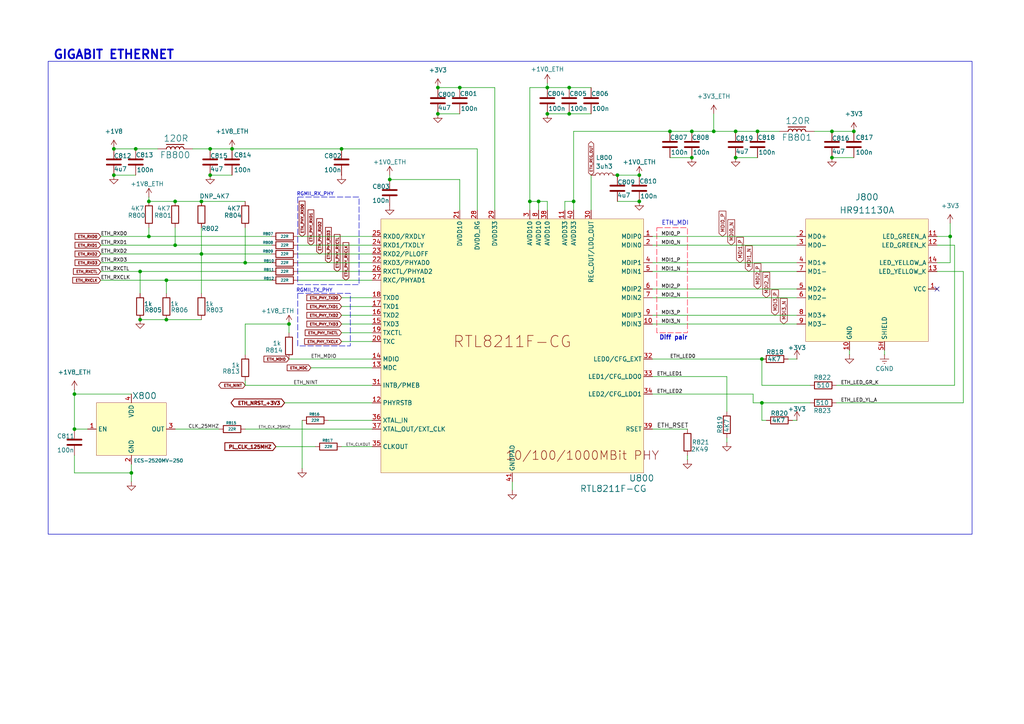
<source format=kicad_sch>
(kicad_sch (version 20231120) (generator "eeschema") (generator_version "8.0")
  (paper "A4")
  (title_block (title "(text \"GIGABIT ETHERNET\" (exclude_from_sim no)") (date "2024-12-05"))
  (lib_symbols
    (symbol "Device:C" (pin_numbers hide) (pin_names (offset 0.254))
      (property "Reference" "C" (at 0.635 2.54 0))
      (property "Value" "C" (at 0.635 -2.54 0))
      (symbol "C_1_1"
        (pin passive line (at 0 3.81 270) (length 2.794) (name "~") (number "1"))
        (pin passive line (at 0 -3.81 90) (length 2.794) (name "~") (number "2"))
      )
    )
    (symbol "Device:L" (pin_numbers hide) (pin_names (offset 1.016) hide)
      (property "Reference" "L" (at -1.27 0 90))
      (property "Value" "L" (at 1.905 0 90))
      (symbol "L_1_1"
        (pin passive line (at 0 3.81 270) (length 1.27) (name "1") (number "1"))
        (pin passive line (at 0 -3.81 90) (length 1.27) (name "2") (number "2"))
      )
    )
    (symbol "Device:R" (pin_numbers hide) (pin_names (offset 0))
      (property "Reference" "R" (at 2.032 0 90))
      (property "Value" "R" (at 0 0 90))
      (symbol "R_1_1"
        (pin passive line (at 0 3.81 270) (length 1.27) (name "~") (number "1"))
        (pin passive line (at 0 -3.81 90) (length 1.27) (name "~") (number "2"))
      )
    )
    (symbol "Schematic-Lib-PhilsLab:ECS-2520MV-130-BN-TR"
      (property "Reference" "X" (at -1.27 1.27 0))
      (property "Value" "ECS-2520MV-130-BN-TR" (at -1.27 -3.81 0))
      (symbol "ECS-2520MV-130-BN-TR_1_0"
        (pin input line (at -12.7 0 0) (length 2.54) (name "EN") (number "1"))
        (pin power_in line (at 0 -10.16 90) (length 2.54) (name "GND") (number "2"))
        (pin passive line (at 12.7 0 180) (length 2.54) (name "OUT") (number "3"))
        (pin power_in line (at 0 10.16 270) (length 2.54) (name "VDD") (number "4"))
      )
    )
    (symbol "Schematic-Lib-PhilsLab:FB_0402"
      (property "Reference" "FB" (at -1.27 1.27 0))
      (property "Value" "FB0402" (at -1.27 -3.81 0))
      (symbol "FB_0402_1_0"
        (pin passive line (at -5.08 0 0) (length 2.54) (name "1") (number "1"))
        (pin passive line (at 5.08 0 180) (length 2.54) (name "2") (number "2"))
      )
    )
    (symbol "Schematic-Lib-PhilsLab:HR911130A"
      (property "Reference" "J" (at -1.27 1.27 0))
      (property "Value" "HR911130A" (at -1.27 -3.81 0))
      (symbol "HR911130A_1_0"
        (pin passive line (at 20.32 -2.54 180) (length 2.54) (name "VCC") (number "1"))
        (pin passive line (at -5.08 -20.32 90) (length 2.54) (name "GND") (number "10"))
        (pin passive line (at 20.32 12.7 180) (length 2.54) (name "LED_GREEN_A") (number "11"))
        (pin passive line (at 20.32 10.16 180) (length 2.54) (name "LED_GREEN_K") (number "12"))
        (pin passive line (at 20.32 2.54 180) (length 2.54) (name "LED_YELLOW_K") (number "13"))
        (pin passive line (at 20.32 5.08 180) (length 2.54) (name "LED_YELLOW_A") (number "14"))
        (pin passive line (at -20.32 12.7 0) (length 2.54) (name "MD0+") (number "2"))
        (pin passive line (at -20.32 10.16 0) (length 2.54) (name "MD0-") (number "3"))
        (pin passive line (at -20.32 5.08 0) (length 2.54) (name "MD1+") (number "4"))
        (pin passive line (at -20.32 -2.54 0) (length 2.54) (name "MD2+") (number "5"))
        (pin passive line (at -20.32 -5.08 0) (length 2.54) (name "MD2-") (number "6"))
        (pin passive line (at -20.32 2.54 0) (length 2.54) (name "MD1-") (number "7"))
        (pin passive line (at -20.32 -10.16 0) (length 2.54) (name "MD3+") (number "8"))
        (pin passive line (at -20.32 -12.7 0) (length 2.54) (name "MD3-") (number "9"))
        (pin passive line (at 5.08 -20.32 90) (length 2.54) (name "SHIELD") (number "SH"))
      )
    )
    (symbol "Schematic-Lib-PhilsLab:RTL8211F-CG"
      (property "Reference" "U" (at -1.27 1.27 0))
      (property "Value" "RTL8211F-CG" (at -1.27 -3.81 0))
      (symbol "RTL8211F-CG_1_0"
        (text "10/100/1000MBit PHY" (at 20.32 -33.02 0) (effects (font (size 2.54 2.54))))
        (text "RTL8211F-CG" (at 0 0 0) (effects (font (size 3.2766 3.2766))))
        (pin bidirectional line (at 40.64 30.48 180) (length 2.54) (name "MDIP0") (number "1"))
        (pin bidirectional line (at 40.64 5.08 180) (length 2.54) (name "MDIN3") (number "10"))
        (pin power_in line (at 15.24 38.1 270) (length 2.54) (name "AVDD33") (number "11"))
        (pin input line (at -40.64 -17.78 0) (length 2.54) (name "PHYRSTB") (number "12"))
        (pin input line (at -40.64 -7.62 0) (length 2.54) (name "MDC") (number "13"))
        (pin bidirectional line (at -40.64 -5.08 0) (length 2.54) (name "MDIO") (number "14"))
        (pin input line (at -40.64 5.08 0) (length 2.54) (name "TXD3") (number "15"))
        (pin input line (at -40.64 7.62 0) (length 2.54) (name "TXD2") (number "16"))
        (pin input line (at -40.64 10.16 0) (length 2.54) (name "TXD1") (number "17"))
        (pin input line (at -40.64 12.7 0) (length 2.54) (name "TXD0") (number "18"))
        (pin input line (at -40.64 2.54 0) (length 2.54) (name "TXCTL") (number "19"))
        (pin bidirectional line (at 40.64 27.94 180) (length 2.54) (name "MDIN0") (number "2"))
        (pin input line (at -40.64 0 0) (length 2.54) (name "TXC") (number "20"))
        (pin power_in line (at -15.24 38.1 270) (length 2.54) (name "DVDD10") (number "21"))
        (pin output line (at -40.64 22.86 0) (length 2.54) (name "RXD3/PHYAD0") (number "22"))
        (pin output line (at -40.64 25.4 0) (length 2.54) (name "RXD2/PLLOFF") (number "23"))
        (pin output line (at -40.64 27.94 0) (length 2.54) (name "RXD1/TXDLY") (number "24"))
        (pin output line (at -40.64 30.48 0) (length 2.54) (name "RXD0/RXDLY") (number "25"))
        (pin output line (at -40.64 20.32 0) (length 2.54) (name "RXCTL/PHYAD2") (number "26"))
        (pin output line (at -40.64 17.78 0) (length 2.54) (name "RXC/PHYAD1") (number "27"))
        (pin power_in line (at -10.16 38.1 270) (length 2.54) (name "DVDD_RG") (number "28"))
        (pin power_in line (at -5.08 38.1 270) (length 2.54) (name "DVDD33") (number "29"))
        (pin power_in line (at 5.08 38.1 270) (length 2.54) (name "AVDD10") (number "3"))
        (pin power_in line (at 22.86 38.1 270) (length 2.54) (name "REG_OUT/LDO_OUT") (number "30"))
        (pin output line (at -40.64 -12.7 0) (length 2.54) (name "INTB/PMEB") (number "31"))
        (pin output line (at 40.64 -5.08 180) (length 2.54) (name "LED0/CFG_EXT") (number "32"))
        (pin output line (at 40.64 -10.16 180) (length 2.54) (name "LED1/CFG_LDO0") (number "33"))
        (pin output line (at 40.64 -15.24 180) (length 2.54) (name "LED2/CFG_LDO1") (number "34"))
        (pin output line (at -40.64 -30.48 0) (length 2.54) (name "CLKOUT") (number "35"))
        (pin input line (at -40.64 -22.86 0) (length 2.54) (name "XTAL_IN") (number "36"))
        (pin output line (at -40.64 -25.4 0) (length 2.54) (name "XTAL_OUT/EXT_CLK") (number "37"))
        (pin power_in line (at 10.16 38.1 270) (length 2.54) (name "AVDD10") (number "38"))
        (pin output line (at 40.64 -25.4 180) (length 2.54) (name "RSET") (number "39"))
        (pin bidirectional line (at 40.64 22.86 180) (length 2.54) (name "MDIP1") (number "4"))
        (pin power_in line (at 17.78 38.1 270) (length 2.54) (name "AVDD33") (number "40"))
        (pin power_in line (at 0 -40.64 90) (length 2.54) (name "GNDPAD") (number "41"))
        (pin bidirectional line (at 40.64 20.32 180) (length 2.54) (name "MDIN1") (number "5"))
        (pin bidirectional line (at 40.64 15.24 180) (length 2.54) (name "MDIP2") (number "6"))
        (pin bidirectional line (at 40.64 12.7 180) (length 2.54) (name "MDIN2") (number "7"))
        (pin power_in line (at 7.62 38.1 270) (length 2.54) (name "AVDD10") (number "8"))
        (pin bidirectional line (at 40.64 7.62 180) (length 2.54) (name "MDIP3") (number "9"))
      )
    )
    (symbol "power:+1V0" (power) (pin_numbers hide) (pin_names (offset 0) hide)
      (property "Value" "+1V0" (at 0 3.556 0))
      (symbol "+1V0_1_1"
        (pin power_in line (at 0 0 90) (length 0) (name "~") (number "1"))
      )
    )
    (symbol "power:Earth" (power) (pin_numbers hide) (pin_names (offset 0) hide)
      (property "Value" "Earth" (at 0 -3.81 0))
      (symbol "Earth_1_1"
        (pin power_in line (at 0 0 270) (length 0) (name "~") (number "1"))
      )
    )
    (symbol "power:GND" (power) (pin_numbers hide) (pin_names (offset 0) hide)
      (property "Value" "GND" (at 0 -3.81 0))
      (symbol "GND_1_1"
        (pin power_in line (at 0 0 270) (length 0) (name "~") (number "1"))
      )
    )
  )
  (junction (at 166.37 58.42))
  (junction (at 220.98 104.14))
  (junction (at 43.18 58.42))
  (junction (at 48.26 92.71))
  (junction (at 165.1 25.4))
  (junction (at 156.21 58.42))
  (junction (at 21.59 124.46))
  (junction (at 158.75 33.02))
  (junction (at 158.75 25.4))
  (junction (at 275.59 68.58))
  (junction (at 200.66 38.1))
  (junction (at 33.02 43.18))
  (junction (at 48.26 81.28))
  (junction (at 127 25.4))
  (junction (at 71.12 76.2))
  (junction (at 58.42 73.66))
  (junction (at 200.66 45.72))
  (junction (at 60.96 50.8))
  (junction (at 50.8 58.42))
  (junction (at 241.3 38.1))
  (junction (at 194.31 38.1))
  (junction (at 213.36 38.1))
  (junction (at 33.02 50.8))
  (junction (at 241.3 45.72))
  (junction (at 207.01 38.1))
  (junction (at 133.35 25.4))
  (junction (at 83.82 93.98))
  (junction (at 179.07 50.8))
  (junction (at 21.59 114.3))
  (junction (at 40.64 92.71))
  (junction (at 219.71 38.1))
  (junction (at 40.64 78.74))
  (junction (at 247.65 38.1))
  (junction (at 185.42 58.42))
  (junction (at 39.37 43.18))
  (junction (at 185.42 50.8))
  (junction (at 38.1 137.16))
  (junction (at 58.42 58.42))
  (junction (at 213.36 45.72))
  (junction (at 99.06 43.18))
  (junction (at 165.1 33.02))
  (junction (at 67.31 43.18))
  (junction (at 153.67 58.42))
  (junction (at 127 33.02))
  (junction (at 60.96 43.18))
  (junction (at 220.98 116.84))
  (junction (at 43.18 68.58))
  (junction (at 50.8 71.12))
  (junction (at 113.03 52.07))
  (no_connect (at 271.78 83.82))
  (wire (pts (xy 166.37 58.42) (xy 166.37 60.96)))
  (wire (pts (xy 275.59 64.77) (xy 275.59 68.58)))
  (wire (pts (xy 127 33.02) (xy 133.35 33.02)))
  (wire (pts (xy 189.23 83.82) (xy 231.14 83.82)))
  (wire (pts (xy 99.06 96.52) (xy 107.95 96.52)))
  (wire (pts (xy 241.3 38.1) (xy 247.65 38.1)))
  (wire (pts (xy 242.57 111.76) (xy 276.86 111.76)))
  (wire (pts (xy 138.43 43.18) (xy 138.43 60.96)))
  (wire (pts (xy 189.23 71.12) (xy 231.14 71.12)))
  (wire (pts (xy 86.36 71.12) (xy 107.95 71.12)))
  (wire (pts (xy 220.98 111.76) (xy 220.98 104.14)))
  (wire (pts (xy 231.14 104.14) (xy 228.6 104.14)))
  (wire (pts (xy 189.23 93.98) (xy 231.14 93.98)))
  (wire (pts (xy 99.06 93.98) (xy 107.95 93.98)))
  (wire (pts (xy 207.01 38.1) (xy 200.66 38.1)))
  (wire (pts (xy 213.36 45.72) (xy 219.71 45.72)))
  (wire (pts (xy 171.45 50.8) (xy 171.45 60.96)))
  (wire (pts (xy 256.54 102.87) (xy 256.54 101.6)))
  (wire (pts (xy 71.12 124.46) (xy 107.95 124.46)))
  (wire (pts (xy 71.12 102.87) (xy 71.12 93.98)))
  (wire (pts (xy 275.59 68.58) (xy 271.78 68.58)))
  (wire (pts (xy 82.55 116.84) (xy 107.95 116.84)))
  (wire (pts (xy 276.86 71.12) (xy 276.86 111.76)))
  (wire (pts (xy 71.12 111.76) (xy 71.12 110.49)))
  (wire (pts (xy 210.82 128.27) (xy 210.82 127)))
  (wire (pts (xy 166.37 58.42) (xy 166.37 38.1)))
  (wire (pts (xy 99.06 129.54) (xy 107.95 129.54)))
  (wire (pts (xy 29.21 73.66) (xy 58.42 73.66)))
  (wire (pts (xy 86.36 81.28) (xy 107.95 81.28)))
  (wire (pts (xy 194.31 45.72) (xy 200.66 45.72)))
  (wire (pts (xy 213.36 38.1) (xy 219.71 38.1)))
  (wire (pts (xy 33.02 43.18) (xy 39.37 43.18)))
  (wire (pts (xy 279.4 78.74) (xy 279.4 116.84)))
  (wire (pts (xy 189.23 76.2) (xy 231.14 76.2)))
  (wire (pts (xy 50.8 58.42) (xy 58.42 58.42)))
  (wire (pts (xy 48.26 81.28) (xy 48.26 85.09)))
  (wire (pts (xy 166.37 38.1) (xy 194.31 38.1)))
  (wire (pts (xy 143.51 25.4) (xy 143.51 60.96)))
  (wire (pts (xy 199.39 124.46) (xy 189.23 124.46)))
  (wire (pts (xy 29.21 78.74) (xy 40.64 78.74)))
  (wire (pts (xy 158.75 25.4) (xy 165.1 25.4)))
  (wire (pts (xy 99.06 43.18) (xy 138.43 43.18)))
  (wire (pts (xy 271.78 71.12) (xy 276.86 71.12)))
  (wire (pts (xy 165.1 33.02) (xy 171.45 33.02)))
  (wire (pts (xy 199.39 133.35) (xy 199.39 132.08)))
  (wire (pts (xy 21.59 132.08) (xy 21.59 137.16)))
  (wire (pts (xy 246.38 102.87) (xy 246.38 101.6)))
  (wire (pts (xy 207.01 33.02) (xy 207.01 38.1)))
  (wire (pts (xy 148.59 142.24) (xy 148.59 139.7)))
  (wire (pts (xy 99.06 88.9) (xy 107.95 88.9)))
  (wire (pts (xy 43.18 58.42) (xy 50.8 58.42)))
  (wire (pts (xy 153.67 25.4) (xy 158.75 25.4)))
  (wire (pts (xy 29.21 76.2) (xy 71.12 76.2)))
  (wire (pts (xy 60.96 50.8) (xy 67.31 50.8)))
  (wire (pts (xy 38.1 139.7) (xy 38.1 137.16)))
  (wire (pts (xy 45.72 43.18) (xy 39.37 43.18)))
  (wire (pts (xy 156.21 58.42) (xy 158.75 58.42)))
  (wire (pts (xy 99.06 86.36) (xy 107.95 86.36)))
  (wire (pts (xy 21.59 137.16) (xy 38.1 137.16)))
  (wire (pts (xy 220.98 116.84) (xy 218.44 116.84)))
  (wire (pts (xy 40.64 78.74) (xy 78.74 78.74)))
  (wire (pts (xy 220.98 104.14) (xy 189.23 104.14)))
  (wire (pts (xy 90.17 106.68) (xy 107.95 106.68)))
  (wire (pts (xy 127 25.4) (xy 133.35 25.4)))
  (wire (pts (xy 86.36 73.66) (xy 107.95 73.66)))
  (wire (pts (xy 189.23 109.22) (xy 210.82 109.22)))
  (wire (pts (xy 133.35 52.07) (xy 113.03 52.07)))
  (wire (pts (xy 158.75 33.02) (xy 165.1 33.02)))
  (wire (pts (xy 50.8 124.46) (xy 63.5 124.46)))
  (wire (pts (xy 165.1 25.4) (xy 171.45 25.4)))
  (wire (pts (xy 231.14 121.92) (xy 229.87 121.92)))
  (wire (pts (xy 163.83 60.96) (xy 163.83 58.42)))
  (wire (pts (xy 236.22 38.1) (xy 241.3 38.1)))
  (wire (pts (xy 279.4 116.84) (xy 242.57 116.84)))
  (wire (pts (xy 86.36 78.74) (xy 107.95 78.74)))
  (wire (pts (xy 220.98 111.76) (xy 234.95 111.76)))
  (wire (pts (xy 71.12 66.04) (xy 71.12 76.2)))
  (wire (pts (xy 40.64 78.74) (xy 40.64 85.09)))
  (wire (pts (xy 107.95 104.14) (xy 83.82 104.14)))
  (wire (pts (xy 275.59 76.2) (xy 275.59 68.58)))
  (wire (pts (xy 226.06 38.1) (xy 219.71 38.1)))
  (wire (pts (xy 50.8 66.04) (xy 50.8 71.12)))
  (wire (pts (xy 210.82 109.22) (xy 210.82 119.38)))
  (wire (pts (xy 58.42 73.66) (xy 78.74 73.66)))
  (wire (pts (xy 80.01 129.54) (xy 91.44 129.54)))
  (wire (pts (xy 179.07 50.8) (xy 185.42 50.8)))
  (wire (pts (xy 83.82 93.98) (xy 83.82 96.52)))
  (wire (pts (xy 55.88 43.18) (xy 60.96 43.18)))
  (wire (pts (xy 153.67 25.4) (xy 153.67 58.42)))
  (wire (pts (xy 99.06 91.44) (xy 107.95 91.44)))
  (wire (pts (xy 33.02 50.8) (xy 39.37 50.8)))
  (wire (pts (xy 48.26 92.71) (xy 58.42 92.71)))
  (wire (pts (xy 40.64 92.71) (xy 48.26 92.71)))
  (wire (pts (xy 189.23 114.3) (xy 218.44 114.3)))
  (wire (pts (xy 271.78 78.74) (xy 279.4 78.74)))
  (wire (pts (xy 71.12 93.98) (xy 83.82 93.98)))
  (wire (pts (xy 58.42 73.66) (xy 58.42 85.09)))
  (wire (pts (xy 189.23 68.58) (xy 231.14 68.58)))
  (wire (pts (xy 207.01 38.1) (xy 213.36 38.1)))
  (wire (pts (xy 158.75 58.42) (xy 158.75 60.96)))
  (wire (pts (xy 113.03 50.8) (xy 113.03 52.07)))
  (wire (pts (xy 179.07 58.42) (xy 185.42 58.42)))
  (wire (pts (xy 29.21 81.28) (xy 48.26 81.28)))
  (wire (pts (xy 29.21 68.58) (xy 43.18 68.58)))
  (wire (pts (xy 87.63 121.92) (xy 87.63 135.89)))
  (wire (pts (xy 43.18 68.58) (xy 78.74 68.58)))
  (wire (pts (xy 153.67 58.42) (xy 156.21 58.42)))
  (wire (pts (xy 58.42 58.42) (xy 71.12 58.42)))
  (wire (pts (xy 220.98 116.84) (xy 220.98 121.92)))
  (wire (pts (xy 50.8 71.12) (xy 78.74 71.12)))
  (wire (pts (xy 189.23 78.74) (xy 231.14 78.74)))
  (wire (pts (xy 67.31 43.18) (xy 99.06 43.18)))
  (wire (pts (xy 194.31 38.1) (xy 200.66 38.1)))
  (wire (pts (xy 43.18 57.15) (xy 43.18 58.42)))
  (wire (pts (xy 189.23 91.44) (xy 231.14 91.44)))
  (wire (pts (xy 271.78 76.2) (xy 275.59 76.2)))
  (wire (pts (xy 86.36 76.2) (xy 107.95 76.2)))
  (wire (pts (xy 153.67 60.96) (xy 153.67 58.42)))
  (wire (pts (xy 48.26 81.28) (xy 78.74 81.28)))
  (wire (pts (xy 189.23 86.36) (xy 231.14 86.36)))
  (wire (pts (xy 133.35 25.4) (xy 143.51 25.4)))
  (wire (pts (xy 107.95 111.76) (xy 71.12 111.76)))
  (wire (pts (xy 95.25 121.92) (xy 107.95 121.92)))
  (wire (pts (xy 29.21 71.12) (xy 50.8 71.12)))
  (wire (pts (xy 21.59 113.03) (xy 21.59 114.3)))
  (wire (pts (xy 86.36 68.58) (xy 107.95 68.58)))
  (wire (pts (xy 21.59 114.3) (xy 38.1 114.3)))
  (wire (pts (xy 156.21 58.42) (xy 156.21 60.96)))
  (wire (pts (xy 133.35 60.96) (xy 133.35 52.07)))
  (wire (pts (xy 158.75 24.13) (xy 158.75 25.4)))
  (wire (pts (xy 21.59 124.46) (xy 25.4 124.46)))
  (wire (pts (xy 220.98 121.92) (xy 222.25 121.92)))
  (wire (pts (xy 58.42 66.04) (xy 58.42 73.66)))
  (wire (pts (xy 218.44 116.84) (xy 218.44 114.3)))
  (wire (pts (xy 38.1 137.16) (xy 38.1 134.62)))
  (wire (pts (xy 43.18 66.04) (xy 43.18 68.58)))
  (wire (pts (xy 60.96 43.18) (xy 67.31 43.18)))
  (wire (pts (xy 71.12 76.2) (xy 78.74 76.2)))
  (wire (pts (xy 163.83 58.42) (xy 166.37 58.42)))
  (wire (pts (xy 21.59 114.3) (xy 21.59 124.46)))
  (wire (pts (xy 241.3 45.72) (xy 247.65 45.72)))
  (wire (pts (xy 99.06 99.06) (xy 107.95 99.06)))
  (wire (pts (xy 234.95 116.84) (xy 220.98 116.84)))
  (rectangle (start 190.5 66.04) (end 199.39 96.52) (stroke (width 0) (type dash) (color 255 26 56 1)))
  (rectangle (start 86.36 85.09) (end 101.6 100.33) (stroke (width 0) (type dash)))
  (rectangle (start 86.36 57.15) (end 104.14 82.55) (stroke (width 0) (type dash)))
  (rectangle (start 13.97 17.78) (end 281.94 154.94))
  (text "ETH_MDI" (at 195.834 64.77 0) (effects (font (size 1.27 1.27))))
  (text "Diff pair" (at 195.326 98.044 0) (effects (font (size 1.27 1.27) (thickness 0.254) (bold yes))))
  (text "RGMII_TX_PHY" (at 91.186 84.328 0) (effects (font (size 1.016 1.016))))
  (text "GIGABIT ETHERNET" (at 33.02 16.002 0) (effects (font (size 2.54 2.54) (thickness 0.508) (bold yes))))
  (text "RGMII_RX_PHY" (at 91.44 56.388 0) (effects (font (size 1.016 1.016))))
  (label "ETH_RXD3" (at 29.21 76.2 0) (effects (font (size 1.016 1.016))))
  (label "ETH_NINT" (at 85.09 111.76 0) (effects (font (size 1.016 1.016) (thickness 0.127))))
  (label "ETH_CLKOUT" (at 100.33 129.54 0) (effects (font (size 0.762 0.762) (thickness 0.0953))))
  (label "ETH_CLK_25MHZ" (at 74.93 124.46 0) (effects (font (size 0.762 0.762) (thickness 0.0953))))
  (label "ETH_RXD2" (at 29.21 73.66 0) (effects (font (size 1.016 1.016))))
  (label "ETH_RXCTL" (at 29.21 78.74 0) (effects (font (size 1.016 1.016))))
  (label "ETH_LED_YL_A" (at 243.84 116.84 0) (effects (font (size 1.016 1.016))))
  (label "MDI2_N" (at 191.77 86.36 0) (effects (font (size 1.016 1.016))))
  (label "MDI0_N" (at 191.77 71.12 0) (effects (font (size 1.016 1.016))))
  (label "ETH_RXCLK" (at 29.21 81.28 0) (effects (font (size 1.016 1.016))))
  (label "ETH_LED_GR_K" (at 243.84 111.76 0) (effects (font (size 1.016 1.016))))
  (label "MDI1_P" (at 191.77 76.2 0) (effects (font (size 1.016 1.016))))
  (label "MDI2_P" (at 191.77 83.82 0) (effects (font (size 1.016 1.016))))
  (label "MDI1_N" (at 191.77 78.74 0) (effects (font (size 1.016 1.016))))
  (label "ETH_RSET" (at 190.5 124.46 0))
  (label "ETH_MDIO" (at 90.17 104.14 0) (effects (font (size 1.016 1.016) (thickness 0.127))))
  (label "ETH_RXD1" (at 29.21 71.12 0) (effects (font (size 1.016 1.016))))
  (label "ETH_LED2" (at 190.5 114.3 0) (effects (font (size 1.016 1.016))))
  (label "MDI0_P" (at 191.77 68.58 0) (effects (font (size 1.016 1.016))))
  (label "ETH_RXD0" (at 29.21 68.58 0) (effects (font (size 1.016 1.016))))
  (label "ETH_LED1" (at 190.5 109.22 0) (effects (font (size 1.016 1.016))))
  (label "ETH_LED0" (at 194.31 104.14 0) (effects (font (size 1.016 1.016))))
  (label "MDI3_N" (at 191.77 93.98 0) (effects (font (size 1.016 1.016))))
  (label "MDI3_P" (at 191.77 91.44 0) (effects (font (size 1.016 1.016))))
  (label "CLK_25MHZ" (at 54.61 124.46 0) (effects (font (size 1.016 1.016) (thickness 0.127))))
  (global_label "ETH_PHY_RXD2" (shape input) (at 92.71 73.66 90) (effects (font (size 0.762 0.762) (thickness 0.254) (bold yes))) (property "Intersheetrefs" "${INTERSHEET_REFS}" (effects (hide yes))))
  (global_label "ETH_RXCTL" (shape input) (at 29.21 78.74 180) (effects (font (size 0.762 0.762) (thickness 0.254) (bold yes))) (property "Intersheetrefs" "${INTERSHEET_REFS}" (effects (hide yes))))
  (global_label "ETH_PHY_RXD0" (shape input) (at 87.63 68.58 90) (effects (font (size 0.762 0.762) (thickness 0.254) (bold yes))) (property "Intersheetrefs" "${INTERSHEET_REFS}" (effects (hide yes))))
  (global_label "ETH_PHY_RXCLK" (shape input) (at 100.33 81.28 90) (effects (font (size 0.762 0.762) (thickness 0.254) (bold yes))) (property "Intersheetrefs" "${INTERSHEET_REFS}" (effects (hide yes))))
  (global_label "ETH_REG_OUT" (shape bidirectional) (at 171.45 50.8 90) (effects (font (size 0.762 0.762))) (property "Intersheetrefs" "${INTERSHEET_REFS}" (effects (hide yes))))
  (global_label "PL_CLK_125MHZ" (shape input) (at 80.01 129.54 180) (effects (font (size 1.016 1.016) (thickness 0.254) (bold yes))) (property "Intersheetrefs" "${INTERSHEET_REFS}" (effects (hide yes))))
  (global_label "ETH_PHY_TXCTL" (shape input) (at 99.06 96.52 180) (effects (font (size 0.762 0.762) (thickness 0.254) (bold yes))) (property "Intersheetrefs" "${INTERSHEET_REFS}" (effects (hide yes))))
  (global_label "ETH_MDC" (shape input) (at 90.17 106.68 180) (effects (font (size 0.762 0.762) (thickness 0.254) (bold yes))) (property "Intersheetrefs" "${INTERSHEET_REFS}" (effects (hide yes))))
  (global_label "MDI1_P" (shape input) (at 214.63 76.2 90) (effects (font (size 1.016 1.016))) (property "Intersheetrefs" "${INTERSHEET_REFS}" (effects (hide yes))))
  (global_label "ETH_MDIO" (shape input) (at 83.82 104.14 180) (effects (font (size 0.762 0.762) (thickness 0.254) (bold yes))) (property "Intersheetrefs" "${INTERSHEET_REFS}" (effects (hide yes))))
  (global_label "MDI1_N" (shape input) (at 217.17 78.74 90) (effects (font (size 1.016 1.016))) (property "Intersheetrefs" "${INTERSHEET_REFS}" (effects (hide yes))))
  (global_label "ETH_RXD1" (shape input) (at 29.21 71.12 180) (effects (font (size 0.762 0.762) (thickness 0.254) (bold yes))) (property "Intersheetrefs" "${INTERSHEET_REFS}" (effects (hide yes))))
  (global_label "ETH_RXD2" (shape input) (at 29.21 73.66 180) (effects (font (size 0.762 0.762) (thickness 0.254) (bold yes))) (property "Intersheetrefs" "${INTERSHEET_REFS}" (effects (hide yes))))
  (global_label "ETH_PHY_RXD1" (shape input) (at 90.17 71.12 90) (effects (font (size 0.762 0.762) (thickness 0.254) (bold yes))) (property "Intersheetrefs" "${INTERSHEET_REFS}" (effects (hide yes))))
  (global_label "ETH_PHY_TXD1" (shape input) (at 99.06 88.9 180) (effects (font (size 0.762 0.762) (thickness 0.254) (bold yes))) (property "Intersheetrefs" "${INTERSHEET_REFS}" (effects (hide yes))))
  (global_label "MDI3_N" (shape input) (at 227.33 93.98 90) (effects (font (size 1.016 1.016))) (property "Intersheetrefs" "${INTERSHEET_REFS}" (effects (hide yes))))
  (global_label "MDI2_P" (shape input) (at 219.71 83.82 90) (effects (font (size 1.016 1.016))) (property "Intersheetrefs" "${INTERSHEET_REFS}" (effects (hide yes))))
  (global_label "ETH_PHY_TXD0" (shape input) (at 99.06 86.36 180) (effects (font (size 0.762 0.762) (thickness 0.254) (bold yes))) (property "Intersheetrefs" "${INTERSHEET_REFS}" (effects (hide yes))))
  (global_label "ETH_RXD0" (shape input) (at 29.21 68.58 180) (effects (font (size 0.762 0.762) (thickness 0.254) (bold yes))) (property "Intersheetrefs" "${INTERSHEET_REFS}" (effects (hide yes))))
  (global_label "ETH_PHY_TXD2" (shape input) (at 99.06 91.44 180) (effects (font (size 0.762 0.762) (thickness 0.254) (bold yes))) (property "Intersheetrefs" "${INTERSHEET_REFS}" (effects (hide yes))))
  (global_label "MDI0_P" (shape input) (at 209.55 68.58 90) (effects (font (size 1.016 1.016))) (property "Intersheetrefs" "${INTERSHEET_REFS}" (effects (hide yes))))
  (global_label "MDI2_N" (shape input) (at 222.25 86.36 90) (effects (font (size 1.016 1.016))) (property "Intersheetrefs" "${INTERSHEET_REFS}" (effects (hide yes))))
  (global_label "ETH_RXCLK" (shape input) (at 29.21 81.28 180) (effects (font (size 0.762 0.762) (thickness 0.254) (bold yes))) (property "Intersheetrefs" "${INTERSHEET_REFS}" (effects (hide yes))))
  (global_label "ETH_NINT" (shape bidirectional) (at 71.12 111.76 180) (effects (font (size 0.762 0.762) (thickness 0.254) (bold yes))) (property "Intersheetrefs" "${INTERSHEET_REFS}" (effects (hide yes))))
  (global_label "MDI3_P" (shape input) (at 224.79 91.44 90) (effects (font (size 1.016 1.016))) (property "Intersheetrefs" "${INTERSHEET_REFS}" (effects (hide yes))))
  (global_label "ETH_PHY_RXCTL" (shape input) (at 97.79 78.74 90) (effects (font (size 0.762 0.762) (thickness 0.254) (bold yes))) (property "Intersheetrefs" "${INTERSHEET_REFS}" (effects (hide yes))))
  (global_label "ETH_RXD3" (shape input) (at 29.21 76.2 180) (effects (font (size 0.762 0.762) (thickness 0.254) (bold yes))) (property "Intersheetrefs" "${INTERSHEET_REFS}" (effects (hide yes))))
  (global_label "ETH_NRST_+3V3" (shape bidirectional) (at 82.55 116.84 180) (effects (font (size 1.016 1.016) (thickness 0.254) (bold yes))) (property "Intersheetrefs" "${INTERSHEET_REFS}" (effects (hide yes))))
  (global_label "ETH_PHY_TXD3" (shape input) (at 99.06 93.98 180) (effects (font (size 0.762 0.762) (thickness 0.254) (bold yes))) (property "Intersheetrefs" "${INTERSHEET_REFS}" (effects (hide yes))))
  (global_label "MDI0_N" (shape input) (at 212.09 71.12 90) (effects (font (size 1.016 1.016))) (property "Intersheetrefs" "${INTERSHEET_REFS}" (effects (hide yes))))
  (global_label "ETH_PHY_TXCLK" (shape input) (at 99.06 99.06 180) (effects (font (size 0.762 0.762) (thickness 0.254) (bold yes))) (property "Intersheetrefs" "${INTERSHEET_REFS}" (effects (hide yes))))
  (global_label "ETH_PHY_RXD3" (shape input) (at 95.25 76.2 90) (effects (font (size 0.762 0.762) (thickness 0.254) (bold yes))) (property "Intersheetrefs" "${INTERSHEET_REFS}" (effects (hide yes))))
  (symbol (lib_id "power:GND") (at 158.75 33.02 0) (unit 1)
    (property "Reference" "#PWR0174" (effects (hide yes)))
    (property "Value" "GND" (effects (hide yes)))
    (property "Description" "Power symbol creates a global label with name \"GND\" , ground" (effects (hide yes)))
  )
  (symbol (lib_id "power:+1V0") (at 231.14 121.92 0) (unit 1)
    (property "Reference" "#PWR0186" (effects (hide yes)))
    (property "Value" "+3V3" (at 231.14 118.618 0))
    (property "Description" "Power symbol creates a global label with name \"+1V0\"" (effects (hide yes)))
  )
  (symbol (lib_id "Device:C") (at 179.07 54.61 0) (unit 1)
    (property "Reference" "C809" (at 179.07 52.832 0) (effects (justify left)))
    (property "Value" "4u7" (at 179.07 56.642 0) (effects (justify left)))
    (property "Footprint" "Capacitor_SMD:C_0402_1005Metric" (effects (hide yes)))
    (property "Description" "Unpolarized capacitor" (effects (hide yes)))
    (property "LCSC" "C23733" (effects (hide yes)))
    (property "Manufacturer Part Number" "CL05A475MP5NRNC" (effects (hide yes)))
  )
  (symbol (lib_id "power:GND") (at 148.59 142.24 0) (unit 1)
    (property "Reference" "#PWR0163" (effects (hide yes)))
    (property "Value" "GND" (effects (hide yes)))
    (property "Description" "Power symbol creates a global label with name \"GND\" , ground" (effects (hide yes)))
  )
  (symbol (lib_id "Device:C") (at 194.31 41.91 0) (unit 1)
    (property "Reference" "C807" (at 194.31 39.878 0) (effects (justify left)))
    (property "Value" "100n" (at 194.564 44.196 0) (effects (justify left)))
    (property "Footprint" "Capacitor_SMD:C_0402_1005Metric" (effects (hide yes)))
    (property "Description" "Unpolarized capacitor" (effects (hide yes)))
    (property "LCSC" "C1525" (effects (hide yes)))
    (property "Manufacturer Part Number" "CL05B104KO5NNNC" (effects (hide yes)))
  )
  (symbol (lib_id "Device:R") (at 95.25 129.54 270) (unit 1)
    (property "Reference" "R817" (at 94.996 127.762 90) (effects (font (size 0.762 0.762))))
    (property "Value" "22R" (at 95.25 129.54 90) (effects (font (size 0.762 0.762))))
    (property "Footprint" "Resistor_SMD:R_0402_1005Metric" (effects (hide yes)))
    (property "Description" "Resistor" (effects (hide yes)))
    (property "LCSC" "C25092" (effects (hide yes)))
    (property "Manufacturer Part Number" "0402WGF220JTCE" (effects (hide yes)))
  )
  (symbol (lib_id "Device:C") (at 39.37 46.99 0) (unit 1)
    (property "Reference" "C813" (at 39.37 44.958 0) (effects (justify left)))
    (property "Value" "100n" (at 39.624 49.276 0) (effects (justify left)))
    (property "Footprint" "Capacitor_SMD:C_0402_1005Metric" (effects (hide yes)))
    (property "Description" "Unpolarized capacitor" (effects (hide yes)))
    (property "LCSC" "C1525" (effects (hide yes)))
    (property "Manufacturer Part Number" "CL05B104KO5NNNC" (effects (hide yes)))
  )
  (symbol (lib_id "power:+1V0") (at 33.02 43.18 0) (unit 1)
    (property "Reference" "#PWR0170" (effects (hide yes)))
    (property "Value" "+1V8" (at 33.02 38.1 0))
    (property "Description" "Power symbol creates a global label with name \"+1V0\"" (effects (hide yes)))
  )
  (symbol (lib_id "Device:L") (at 175.26 50.8 90) (unit 1)
    (property "Reference" "L800" (at 175.26 45.72 90))
    (property "Value" "3uh3" (at 175.26 48.26 90))
    (property "Footprint" "Inductor_SMD:L_0603_1608Metric" (effects (hide yes)))
    (property "Description" "Inductor" (effects (hide yes)))
    (property "LCSC" "C162581" (effects (hide yes)))
    (property "Manufacturer Part Number" "LQM18PN3R3MFRL" (effects (hide yes)))
  )
  (symbol (lib_id "Device:C") (at 133.35 29.21 0) (unit 1)
    (property "Reference" "C801" (at 133.35 27.178 0) (effects (justify left)))
    (property "Value" "100n" (at 133.604 31.496 0) (effects (justify left)))
    (property "Footprint" "Capacitor_SMD:C_0402_1005Metric" (effects (hide yes)))
    (property "Description" "Unpolarized capacitor" (effects (hide yes)))
    (property "LCSC" "C1525" (effects (hide yes)))
    (property "Manufacturer Part Number" "CL05B104KO5NNNC" (effects (hide yes)))
  )
  (symbol (lib_id "Device:C") (at 158.75 29.21 0) (unit 1)
    (property "Reference" "C804" (at 158.75 27.178 0) (effects (justify left)))
    (property "Value" "100n" (at 159.004 31.496 0) (effects (justify left)))
    (property "Footprint" "Capacitor_SMD:C_0402_1005Metric" (effects (hide yes)))
    (property "Description" "Unpolarized capacitor" (effects (hide yes)))
    (property "LCSC" "C1525" (effects (hide yes)))
    (property "Manufacturer Part Number" "CL05B104KO5NNNC" (effects (hide yes)))
  )
  (symbol (lib_id "Device:C") (at 113.03 55.88 0) (unit 1)
    (property "Reference" "C803" (at 107.95 54.102 0) (effects (justify left)))
    (property "Value" "100n" (at 107.95 58.166 0) (effects (justify left)))
    (property "Footprint" "Capacitor_SMD:C_0402_1005Metric" (effects (hide yes)))
    (property "Description" "Unpolarized capacitor" (effects (hide yes)))
    (property "LCSC" "C1525" (effects (hide yes)))
    (property "Manufacturer Part Number" "CL05B104KO5NNNC" (effects (hide yes)))
  )
  (symbol (lib_id "Device:R") (at 82.55 81.28 270) (unit 1)
    (property "Reference" "R812" (at 77.978 80.772 90) (effects (font (size 0.762 0.762))))
    (property "Value" "22R" (at 82.55 81.28 90) (effects (font (size 0.762 0.762))))
    (property "Footprint" "Resistor_SMD:R_0402_1005Metric" (effects (hide yes)))
    (property "Description" "Resistor" (effects (hide yes)))
    (property "LCSC" "C25092" (effects (hide yes)))
    (property "Manufacturer Part Number" "0402WGF220JTCE" (effects (hide yes)))
  )
  (symbol (lib_id "power:+1V0") (at 67.31 43.18 0) (unit 1)
    (property "Reference" "#PWR0171" (effects (hide yes)))
    (property "Value" "+1V8_ETH" (at 67.31 38.1 0))
    (property "Description" "Power symbol creates a global label with name \"+1V0\"" (effects (hide yes)))
  )
  (symbol (lib_id "Device:R") (at 226.06 121.92 270) (unit 1)
    (property "Reference" "R820" (at 226.06 119.888 90))
    (property "Value" "4K7" (at 225.806 121.92 90))
    (property "Footprint" "Resistor_SMD:R_0402_1005Metric" (effects (hide yes)))
    (property "Description" "Resistor" (effects (hide yes)))
    (property "LCSC" "C25900" (effects (hide yes)))
    (property "Manufacturer Part Number" "0402WGF4701TCE" (effects (hide yes)))
  )
  (symbol (lib_id "Device:C") (at 219.71 41.91 0) (unit 1)
    (property "Reference" "C818" (at 219.71 39.878 0) (effects (justify left)))
    (property "Value" "100n" (at 219.964 44.196 0) (effects (justify left)))
    (property "Footprint" "Capacitor_SMD:C_0402_1005Metric" (effects (hide yes)))
    (property "Description" "Unpolarized capacitor" (effects (hide yes)))
    (property "LCSC" "C1525" (effects (hide yes)))
    (property "Manufacturer Part Number" "CL05B104KO5NNNC" (effects (hide yes)))
  )
  (symbol (lib_id "Device:R") (at 50.8 62.23 180) (unit 1)
    (property "Reference" "R801" (at 47.244 62.484 0))
    (property "Value" "4K7" (at 47.498 60.452 0))
    (property "Footprint" "Resistor_SMD:R_0402_1005Metric" (effects (hide yes)))
    (property "Description" "Resistor" (effects (hide yes)))
    (property "LCSC" "C25900" (effects (hide yes)))
    (property "Manufacturer Part Number" "0402WGF4701TCE" (effects (hide yes)))
  )
  (symbol (lib_id "power:+1V0") (at 127 25.4 0) (unit 1)
    (property "Reference" "#PWR0172" (effects (hide yes)))
    (property "Value" "+3V3" (at 127 20.32 0))
    (property "Description" "Power symbol creates a global label with name \"+1V0\"" (effects (hide yes)))
  )
  (symbol (lib_id "Device:R") (at 58.42 88.9 180) (unit 1)
    (property "Reference" "R803" (at 64.77 89.916 0) (effects (justify left)))
    (property "Value" "1k" (at 61.976 88.138 0) (effects (justify left)))
    (property "Footprint" "Resistor_SMD:R_0402_1005Metric" (effects (hide yes)))
    (property "Description" "Resistor" (effects (hide yes)))
    (property "LCSC" "C11702" (effects (hide yes)))
    (property "Manufacturer Part Number" "0402WGF1001TCE" (effects (hide yes)))
  )
  (symbol (lib_id "Device:C") (at 247.65 41.91 0) (unit 1)
    (property "Reference" "C817" (at 248.158 39.878 0) (effects (justify left)))
    (property "Value" "100n" (at 248.158 44.196 0) (effects (justify left)))
    (property "Footprint" "Capacitor_SMD:C_0402_1005Metric" (effects (hide yes)))
    (property "Description" "Unpolarized capacitor" (effects (hide yes)))
    (property "LCSC" "C1525" (effects (hide yes)))
    (property "Manufacturer Part Number" "CL05B104KO5NNNC" (effects (hide yes)))
  )
  (symbol (lib_id "Device:C") (at 241.3 41.91 0) (unit 1)
    (property "Reference" "C816" (at 241.3 40.132 0) (effects (justify left)))
    (property "Value" "4u7" (at 241.3 43.942 0) (effects (justify left)))
    (property "Footprint" "Capacitor_SMD:C_0402_1005Metric" (effects (hide yes)))
    (property "Description" "Unpolarized capacitor" (effects (hide yes)))
    (property "LCSC" "C23733" (effects (hide yes)))
    (property "Manufacturer Part Number" "CL05A475MP5NRNC" (effects (hide yes)))
  )
  (symbol (lib_id "Device:C") (at 21.59 128.27 0) (unit 1)
    (property "Reference" "C811" (at 16.51 126.492 0) (effects (justify left)))
    (property "Value" "100n" (at 16.51 130.556 0) (effects (justify left)))
    (property "Footprint" "Capacitor_SMD:C_0402_1005Metric" (effects (hide yes)))
    (property "Description" "Unpolarized capacitor" (effects (hide yes)))
    (property "LCSC" "C1525" (effects (hide yes)))
    (property "Manufacturer Part Number" "CL05B104KO5NNNC" (effects (hide yes)))
  )
  (symbol (lib_id "Device:R") (at 82.55 78.74 270) (unit 1)
    (property "Reference" "R811" (at 77.978 78.232 90) (effects (font (size 0.762 0.762))))
    (property "Value" "22R" (at 82.55 78.74 90) (effects (font (size 0.762 0.762))))
    (property "Footprint" "Resistor_SMD:R_0402_1005Metric" (effects (hide yes)))
    (property "Description" "Resistor" (effects (hide yes)))
    (property "LCSC" "C25092" (effects (hide yes)))
    (property "Manufacturer Part Number" "0402WGF220JTCE" (effects (hide yes)))
  )
  (symbol (lib_id "power:+1V0") (at 185.42 50.8 0) (unit 1)
    (property "Reference" "#PWR0181" (effects (hide yes)))
    (property "Value" "+1V0_ETH" (at 185.42 46.99 0))
    (property "Description" "Power symbol creates a global label with name \"+1V0\"" (effects (hide yes)))
  )
  (symbol (lib_id "Device:R") (at 91.44 121.92 270) (unit 1)
    (property "Reference" "R816" (at 91.186 120.142 90) (effects (font (size 0.762 0.762))))
    (property "Value" "22R" (at 91.44 121.92 90) (effects (font (size 0.762 0.762))))
    (property "Footprint" "Resistor_SMD:R_0402_1005Metric" (effects (hide yes)))
    (property "Description" "Resistor" (effects (hide yes)))
    (property "LCSC" "C25092" (effects (hide yes)))
    (property "Manufacturer Part Number" "0402WGF220JTCE" (effects (hide yes)))
  )
  (symbol (lib_id "power:GND") (at 60.96 50.8 0) (unit 1)
    (property "Reference" "#PWR0169" (effects (hide yes)))
    (property "Value" "GND" (effects (hide yes)))
    (property "Description" "Power symbol creates a global label with name \"GND\" , ground" (effects (hide yes)))
  )
  (symbol (lib_id "power:+1V0") (at 21.59 113.03 0) (unit 1)
    (property "Reference" "#PWR0191" (effects (hide yes)))
    (property "Value" "+1V8_ETH" (at 21.59 107.95 0))
    (property "Description" "Power symbol creates a global label with name \"+1V0\"" (effects (hide yes)))
  )
  (symbol (lib_id "Device:R") (at 71.12 62.23 180) (unit 1)
    (property "Reference" "R804" (at 67.564 62.484 0))
    (property "Value" "4K7" (at 67.818 60.452 0))
    (property "Footprint" "Resistor_SMD:R_0402_1005Metric" (effects (hide yes)))
    (property "Description" "Resistor" (effects (hide yes)))
    (property "LCSC" "C25900" (effects (hide yes)))
    (property "Manufacturer Part Number" "0402WGF4701TCE" (effects (hide yes)))
  )
  (symbol (lib_id "power:GND") (at 241.3 45.72 0) (unit 1)
    (property "Reference" "#PWR0179" (effects (hide yes)))
    (property "Value" "GND" (effects (hide yes)))
    (property "Description" "Power symbol creates a global label with name \"GND\" , ground" (effects (hide yes)))
  )
  (symbol (lib_id "Device:C") (at 99.06 46.99 0) (unit 1)
    (property "Reference" "C802" (at 93.98 45.212 0) (effects (justify left)))
    (property "Value" "100n" (at 93.98 49.276 0) (effects (justify left)))
    (property "Footprint" "Capacitor_SMD:C_0402_1005Metric" (effects (hide yes)))
    (property "Description" "Unpolarized capacitor" (effects (hide yes)))
    (property "LCSC" "C1525" (effects (hide yes)))
    (property "Manufacturer Part Number" "CL05B104KO5NNNC" (effects (hide yes)))
  )
  (symbol (lib_id "Device:R") (at 82.55 71.12 270) (unit 1)
    (property "Reference" "R808" (at 77.724 70.358 90) (effects (font (size 0.762 0.762))))
    (property "Value" "22R" (at 82.55 71.12 90) (effects (font (size 0.762 0.762))))
    (property "Footprint" "Resistor_SMD:R_0402_1005Metric" (effects (hide yes)))
    (property "Description" "Resistor" (effects (hide yes)))
    (property "LCSC" "C25092" (effects (hide yes)))
    (property "Manufacturer Part Number" "0402WGF220JTCE" (effects (hide yes)))
  )
  (symbol (lib_id "Device:C") (at 165.1 29.21 0) (unit 1)
    (property "Reference" "C805" (at 165.1 27.178 0) (effects (justify left)))
    (property "Value" "100n" (at 165.354 31.496 0) (effects (justify left)))
    (property "Footprint" "Capacitor_SMD:C_0402_1005Metric" (effects (hide yes)))
    (property "Description" "Unpolarized capacitor" (effects (hide yes)))
    (property "LCSC" "C1525" (effects (hide yes)))
    (property "Manufacturer Part Number" "CL05B104KO5NNNC" (effects (hide yes)))
  )
  (symbol (lib_id "Device:R") (at 210.82 123.19 0) (unit 1)
    (property "Reference" "R819" (at 208.788 123.19 90))
    (property "Value" "4K7" (at 210.82 123.444 90))
    (property "Footprint" "Resistor_SMD:R_0402_1005Metric" (effects (hide yes)))
    (property "Description" "Resistor" (effects (hide yes)))
    (property "LCSC" "C25900" (effects (hide yes)))
    (property "Manufacturer Part Number" "0402WGF4701TCE" (effects (hide yes)))
  )
  (symbol (lib_id "Device:R") (at 71.12 106.68 180) (unit 1)
    (property "Reference" "R813" (at 69.596 107.696 0) (effects (justify left)))
    (property "Value" "1k" (at 69.596 105.918 0) (effects (justify left)))
    (property "Footprint" "Resistor_SMD:R_0402_1005Metric" (effects (hide yes)))
    (property "Description" "Resistor" (effects (hide yes)))
    (property "LCSC" "C11702" (effects (hide yes)))
    (property "Manufacturer Part Number" "0402WGF1001TCE" (effects (hide yes)))
  )
  (symbol (lib_id "Device:C") (at 60.96 46.99 0) (unit 1)
    (property "Reference" "C815" (at 60.96 45.212 0) (effects (justify left)))
    (property "Value" "4u7" (at 60.96 49.022 0) (effects (justify left)))
    (property "Footprint" "Capacitor_SMD:C_0402_1005Metric" (effects (hide yes)))
    (property "Description" "Unpolarized capacitor" (effects (hide yes)))
    (property "LCSC" "C23733" (effects (hide yes)))
    (property "Manufacturer Part Number" "CL05A475MP5NRNC" (effects (hide yes)))
  )
  (symbol (lib_id "Schematic-Lib-PhilsLab:HR911130A") (at 251.46 81.28 0) (unit 1)
    (property "Reference" "J800" (at 251.46 57.15 0) (effects (font (size 1.8288 1.8288))))
    (property "Value" "HR911130A" (at 251.46 60.96 0) (effects (font (size 1.8288 1.8288))))
    (property "Footprint" "Footprint-Lib-PhilsLab:HR911130A" (effects (hide yes)))
    (property "Description" "100/1000Base-T Magnetics Single-Port RJ45 Connector with Integrated Magnetics and LEDs" (effects (hide yes)))
    (property "Manufacturer" "Hanrun" (effects (hide yes)))
    (property "Manufacturer Part Number" "HR911130A" (effects (hide yes)))
    (property "LCSC" "C54408" (effects (hide yes)))
  )
  (symbol (lib_id "power:GND") (at 199.39 133.35 0) (unit 1)
    (property "Reference" "#PWR0188" (effects (hide yes)))
    (property "Value" "GND" (effects (hide yes)))
    (property "Description" "Power symbol creates a global label with name \"GND\" , ground" (effects (hide yes)))
  )
  (symbol (lib_id "Device:C") (at 200.66 41.91 0) (unit 1)
    (property "Reference" "C808" (at 200.66 39.878 0) (effects (justify left)))
    (property "Value" "100n" (at 200.914 44.196 0) (effects (justify left)))
    (property "Footprint" "Capacitor_SMD:C_0402_1005Metric" (effects (hide yes)))
    (property "Description" "Unpolarized capacitor" (effects (hide yes)))
    (property "LCSC" "C1525" (effects (hide yes)))
    (property "Manufacturer Part Number" "CL05B104KO5NNNC" (effects (hide yes)))
  )
  (symbol (lib_id "power:GND") (at 99.06 50.8 0) (unit 1)
    (property "Reference" "#PWR0167" (effects (hide yes)))
    (property "Value" "GND" (effects (hide yes)))
    (property "Description" "Power symbol creates a global label with name \"GND\" , ground" (effects (hide yes)))
  )
  (symbol (lib_id "Device:R") (at 40.64 88.9 180) (unit 1)
    (property "Reference" "R805" (at 46.99 89.916 0) (effects (justify left)))
    (property "Value" "1k" (at 44.196 88.138 0) (effects (justify left)))
    (property "Footprint" "Resistor_SMD:R_0402_1005Metric" (effects (hide yes)))
    (property "Description" "Resistor" (effects (hide yes)))
    (property "LCSC" "C11702" (effects (hide yes)))
    (property "Manufacturer Part Number" "0402WGF1001TCE" (effects (hide yes)))
  )
  (symbol (lib_id "power:GND") (at 200.66 45.72 0) (unit 1)
    (property "Reference" "#PWR0175" (effects (hide yes)))
    (property "Value" "GND" (effects (hide yes)))
    (property "Description" "Power symbol creates a global label with name \"GND\" , ground" (effects (hide yes)))
  )
  (symbol (lib_id "power:+1V0") (at 207.01 33.02 0) (unit 1)
    (property "Reference" "#PWR0176" (effects (hide yes)))
    (property "Value" "+3V3_ETH" (at 207.01 27.94 0))
    (property "Description" "Power symbol creates a global label with name \"+1V0\"" (effects (hide yes)))
  )
  (symbol (lib_id "Device:C") (at 67.31 46.99 0) (unit 1)
    (property "Reference" "C814" (at 67.818 44.958 0) (effects (justify left)))
    (property "Value" "100n" (at 67.818 49.276 0) (effects (justify left)))
    (property "Footprint" "Capacitor_SMD:C_0402_1005Metric" (effects (hide yes)))
    (property "Description" "Unpolarized capacitor" (effects (hide yes)))
    (property "LCSC" "C1525" (effects (hide yes)))
    (property "Manufacturer Part Number" "CL05B104KO5NNNC" (effects (hide yes)))
  )
  (symbol (lib_id "Device:R") (at 238.76 111.76 270) (unit 1)
    (property "Reference" "R822" (at 238.506 109.474 90))
    (property "Value" "510" (at 238.76 111.76 90))
    (property "Footprint" "Resistor_SMD:R_0402_1005Metric" (effects (hide yes)))
    (property "Description" "Resistor" (effects (hide yes)))
    (property "LCSC" "C1119" (effects (hide yes)))
    (property "Manufacturer Part Number" "RC-02W511JT" (effects (hide yes)))
  )
  (symbol (lib_id "power:GND") (at 127 33.02 0) (unit 1)
    (property "Reference" "#PWR0166" (effects (hide yes)))
    (property "Value" "GND" (effects (hide yes)))
    (property "Description" "Power symbol creates a global label with name \"GND\" , ground" (effects (hide yes)))
  )
  (symbol (lib_id "Device:R") (at 67.31 124.46 270) (unit 1)
    (property "Reference" "R815" (at 67.056 122.682 90) (effects (font (size 0.762 0.762))))
    (property "Value" "22R" (at 67.31 124.46 90) (effects (font (size 0.762 0.762))))
    (property "Footprint" "Resistor_SMD:R_0402_1005Metric" (effects (hide yes)))
    (property "Description" "Resistor" (effects (hide yes)))
    (property "LCSC" "C25092" (effects (hide yes)))
    (property "Manufacturer Part Number" "0402WGF220JTCE" (effects (hide yes)))
  )
  (symbol (lib_id "Device:R") (at 82.55 76.2 270) (unit 1)
    (property "Reference" "R810" (at 77.978 75.692 90) (effects (font (size 0.762 0.762))))
    (property "Value" "22R" (at 82.55 76.2 90) (effects (font (size 0.762 0.762))))
    (property "Footprint" "Resistor_SMD:R_0402_1005Metric" (effects (hide yes)))
    (property "Description" "Resistor" (effects (hide yes)))
    (property "LCSC" "C25092" (effects (hide yes)))
    (property "Manufacturer Part Number" "0402WGF220JTCE" (effects (hide yes)))
  )
  (symbol (lib_id "power:GND") (at 246.38 102.87 0) (unit 1)
    (property "Reference" "#PWR0183" (effects (hide yes)))
    (property "Value" "GND" (effects (hide yes)))
    (property "Description" "Power symbol creates a global label with name \"GND\" , ground" (effects (hide yes)))
  )
  (symbol (lib_id "power:GND") (at 87.63 135.89 0) (unit 1)
    (property "Reference" "#PWR0189" (effects (hide yes)))
    (property "Value" "GND" (effects (hide yes)))
    (property "Description" "Power symbol creates a global label with name \"GND\" , ground" (effects (hide yes)))
  )
  (symbol (lib_id "power:GND") (at 33.02 50.8 0) (unit 1)
    (property "Reference" "#PWR0168" (effects (hide yes)))
    (property "Value" "GND" (effects (hide yes)))
    (property "Description" "Power symbol creates a global label with name \"GND\" , ground" (effects (hide yes)))
  )
  (symbol (lib_id "power:GND") (at 210.82 128.27 0) (unit 1)
    (property "Reference" "#PWR0187" (effects (hide yes)))
    (property "Value" "GND" (effects (hide yes)))
    (property "Description" "Power symbol creates a global label with name \"GND\" , ground" (effects (hide yes)))
  )
  (symbol (lib_id "Device:R") (at 43.18 62.23 180) (unit 1)
    (property "Reference" "R800" (at 39.624 62.484 0))
    (property "Value" "4K7" (at 39.878 60.452 0))
    (property "Footprint" "Resistor_SMD:R_0402_1005Metric" (effects (hide yes)))
    (property "Description" "Resistor" (effects (hide yes)))
    (property "LCSC" "C25900" (effects (hide yes)))
    (property "Manufacturer Part Number" "0402WGF4701TCE" (effects (hide yes)))
  )
  (symbol (lib_id "Device:R") (at 82.55 68.58 270) (unit 1)
    (property "Reference" "R807" (at 77.724 67.818 90) (effects (font (size 0.762 0.762))))
    (property "Value" "22R" (at 82.55 68.58 90) (effects (font (size 0.762 0.762))))
    (property "Footprint" "Resistor_SMD:R_0402_1005Metric" (effects (hide yes)))
    (property "Description" "Resistor" (effects (hide yes)))
    (property "LCSC" "C25092" (effects (hide yes)))
    (property "Manufacturer Part Number" "0402WGF220JTCE" (effects (hide yes)))
  )
  (symbol (lib_id "power:GND") (at 213.36 45.72 0) (unit 1)
    (property "Reference" "#PWR0178" (effects (hide yes)))
    (property "Value" "GND" (effects (hide yes)))
    (property "Description" "Power symbol creates a global label with name \"GND\" , ground" (effects (hide yes)))
  )
  (symbol (lib_id "power:GND") (at 185.42 58.42 0) (unit 1)
    (property "Reference" "#PWR0177" (effects (hide yes)))
    (property "Value" "GND" (effects (hide yes)))
    (property "Description" "Power symbol creates a global label with name \"GND\" , ground" (effects (hide yes)))
  )
  (symbol (lib_id "Device:C") (at 33.02 46.99 0) (unit 1)
    (property "Reference" "C812" (at 33.02 45.212 0) (effects (justify left)))
    (property "Value" "4u7" (at 33.02 49.022 0) (effects (justify left)))
    (property "Footprint" "Capacitor_SMD:C_0402_1005Metric" (effects (hide yes)))
    (property "Description" "Unpolarized capacitor" (effects (hide yes)))
    (property "LCSC" "C23733" (effects (hide yes)))
    (property "Manufacturer Part Number" "CL05A475MP5NRNC" (effects (hide yes)))
  )
  (symbol (lib_id "power:+1V0") (at 247.65 38.1 0) (unit 1)
    (property "Reference" "#PWR0180" (effects (hide yes)))
    (property "Value" "+3V3" (at 247.65 33.02 0))
    (property "Description" "Power symbol creates a global label with name \"+1V0\"" (effects (hide yes)))
  )
  (symbol (lib_id "power:GND") (at 113.03 59.69 0) (unit 1)
    (property "Reference" "#PWR0165" (effects (hide yes)))
    (property "Value" "GND" (effects (hide yes)))
    (property "Description" "Power symbol creates a global label with name \"GND\" , ground" (effects (hide yes)))
  )
  (symbol (lib_id "Schematic-Lib-PhilsLab:FB_0402") (at 50.8 43.18 0) (unit 1)
    (property "Reference" "FB800" (at 50.8 44.958 0) (effects (font (size 1.8288 1.8288))))
    (property "Value" "120R" (at 51.054 40.132 0) (effects (font (size 1.8288 1.8288))))
    (property "Footprint" "Footprint-Lib-PhilsLab:FB_0402" (effects (hide yes)))
    (property "Description" "Ferrite Bead SMD 0402" (effects (hide yes)))
    (property "Manufacturer" "*" (effects (hide yes)))
    (property "Manufacturer Part Number" "GZ1005D121TF" (effects (hide yes)))
    (property "Distributor Link" "*" (effects (hide yes)))
    (property "LCSC" "C38480" (effects (hide yes)))
  )
  (symbol (lib_id "Device:C") (at 185.42 54.61 0) (unit 1)
    (property "Reference" "C810" (at 185.42 52.578 0) (effects (justify left)))
    (property "Value" "100n" (at 185.674 56.896 0) (effects (justify left)))
    (property "Footprint" "Capacitor_SMD:C_0402_1005Metric" (effects (hide yes)))
    (property "Description" "Unpolarized capacitor" (effects (hide yes)))
    (property "LCSC" "C1525" (effects (hide yes)))
    (property "Manufacturer Part Number" "CL05B104KO5NNNC" (effects (hide yes)))
  )
  (symbol (lib_id "power:+1V0") (at 158.75 24.13 0) (unit 1)
    (property "Reference" "#PWR0173" (effects (hide yes)))
    (property "Value" "+1V0_ETH" (at 158.75 20.066 0))
    (property "Description" "Power symbol creates a global label with name \"+1V0\"" (effects (hide yes)))
  )
  (symbol (lib_id "Device:R") (at 224.79 104.14 270) (unit 1)
    (property "Reference" "R818" (at 224.79 102.108 90))
    (property "Value" "4K7" (at 224.536 104.14 90))
    (property "Footprint" "Resistor_SMD:R_0402_1005Metric" (effects (hide yes)))
    (property "Description" "Resistor" (effects (hide yes)))
    (property "LCSC" "C25900" (effects (hide yes)))
    (property "Manufacturer Part Number" "0402WGF4701TCE" (effects (hide yes)))
  )
  (symbol (lib_id "power:+1V0") (at 231.14 104.14 0) (unit 1)
    (property "Reference" "#PWR0185" (effects (hide yes)))
    (property "Value" "+3V3" (at 231.14 100.838 0))
    (property "Description" "Power symbol creates a global label with name \"+1V0\"" (effects (hide yes)))
  )
  (symbol (lib_id "power:Earth") (at 256.54 102.87 0) (unit 1)
    (property "Reference" "#PWR073" (effects (hide yes)))
    (property "Value" "CGND" (at 256.54 106.934 0))
    (property "Description" "Power symbol creates a global label with name \"Earth\"" (effects (hide yes)))
  )
  (symbol (lib_id "Device:R") (at 48.26 88.9 180) (unit 1)
    (property "Reference" "R806" (at 54.61 89.916 0) (effects (justify left)))
    (property "Value" "1k" (at 51.816 88.138 0) (effects (justify left)))
    (property "Footprint" "Resistor_SMD:R_0402_1005Metric" (effects (hide yes)))
    (property "Description" "Resistor" (effects (hide yes)))
    (property "LCSC" "C11702" (effects (hide yes)))
    (property "Manufacturer Part Number" "0402WGF1001TCE" (effects (hide yes)))
  )
  (symbol (lib_id "Device:C") (at 171.45 29.21 0) (unit 1)
    (property "Reference" "C806" (at 171.45 27.178 0) (effects (justify left)))
    (property "Value" "100n" (at 171.704 31.496 0) (effects (justify left)))
    (property "Footprint" "Capacitor_SMD:C_0402_1005Metric" (effects (hide yes)))
    (property "Description" "Unpolarized capacitor" (effects (hide yes)))
    (property "LCSC" "C1525" (effects (hide yes)))
    (property "Manufacturer Part Number" "CL05B104KO5NNNC" (effects (hide yes)))
  )
  (symbol (lib_id "power:+1V0") (at 83.82 93.98 0) (unit 1)
    (property "Reference" "#PWR0192" (effects (hide yes)))
    (property "Value" "+1V8_ETH" (at 80.518 90.17 0))
    (property "Description" "Power symbol creates a global label with name \"+1V0\"" (effects (hide yes)))
  )
  (symbol (lib_id "Schematic-Lib-PhilsLab:FB_0402") (at 231.14 38.1 0) (unit 1)
    (property "Reference" "FB801" (at 231.14 39.878 0) (effects (font (size 1.8288 1.8288))))
    (property "Value" "120R" (at 231.394 35.052 0) (effects (font (size 1.8288 1.8288))))
    (property "Footprint" "Footprint-Lib-PhilsLab:FB_0402" (effects (hide yes)))
    (property "Description" "Ferrite Bead SMD 0402" (effects (hide yes)))
    (property "Manufacturer" "*" (effects (hide yes)))
    (property "Manufacturer Part Number" "GZ1005D121TF" (effects (hide yes)))
    (property "Distributor Link" "*" (effects (hide yes)))
    (property "LCSC" "C38480" (effects (hide yes)))
  )
  (symbol (lib_id "Device:R") (at 58.42 62.23 0) (mirror x) (unit 1)
    (property "Reference" "R802" (at 60.96 66.294 0))
    (property "Value" "DNP_4K7" (at 62.23 56.896 0))
    (property "Footprint" "Resistor_SMD:R_0402_1005Metric" (effects (hide yes)))
    (property "Description" "Resistor" (effects (hide yes)))
  )
  (symbol (lib_id "power:+1V0") (at 113.03 50.8 0) (unit 1)
    (property "Reference" "#PWR056" (effects (hide yes)))
    (property "Value" "+1V0_ETH" (at 113.03 46.99 0))
    (property "Description" "Power symbol creates a global label with name \"+1V0\"" (effects (hide yes)))
  )
  (symbol (lib_id "Device:R") (at 83.82 100.33 180) (unit 1)
    (property "Reference" "R814" (at 82.042 101.6 0) (effects (justify left)))
    (property "Value" "1k" (at 81.534 99.568 0) (effects (justify left)))
    (property "Footprint" "Resistor_SMD:R_0402_1005Metric" (effects (hide yes)))
    (property "Description" "Resistor" (effects (hide yes)))
    (property "LCSC" "C11702" (effects (hide yes)))
    (property "Manufacturer Part Number" "0402WGF1001TCE" (effects (hide yes)))
  )
  (symbol (lib_id "Device:R") (at 238.76 116.84 270) (unit 1)
    (property "Reference" "R823" (at 238.506 119.126 90))
    (property "Value" "510" (at 238.506 116.84 90))
    (property "Footprint" "Resistor_SMD:R_0402_1005Metric" (effects (hide yes)))
    (property "Description" "Resistor" (effects (hide yes)))
    (property "LCSC" "C1119" (effects (hide yes)))
    (property "Manufacturer Part Number" "RC-02W511JT" (effects (hide yes)))
  )
  (symbol (lib_id "Device:R") (at 199.39 128.27 0) (unit 1)
    (property "Reference" "R821" (at 203.2 128.27 0))
    (property "Value" "2K49" (at 202.946 130.302 0))
    (property "Footprint" "Resistor_SMD:R_0402_1005Metric" (effects (hide yes)))
    (property "Description" "Resistor" (effects (hide yes)))
    (property "LCSC" "C25884" (effects (hide yes)))
    (property "Manufacturer Part Number" "0402WGF2491TCE" (effects (hide yes)))
  )
  (symbol (lib_id "Schematic-Lib-PhilsLab:RTL8211F-CG") (at 148.59 99.06 0) (unit 1)
    (property "Reference" "U800" (at 182.372 138.684 0) (effects (font (size 1.8288 1.8288)) (justify left)))
    (property "Value" "RTL8211F-CG" (at 168.148 141.732 0) (effects (font (size 1.8288 1.8288)) (justify left)))
    (property "Footprint" "easyeda2kicad_foorprint:WQFN-40_L5.0-W5.0-P0.4-BL-EP" (effects (hide yes)))
    (property "Description" "INTEGRATED 10/100/1000M ETHERNET PRECISION TRANSCEIVER" (effects (hide yes)))
    (property "Manufacturer" "Realtek" (effects (hide yes)))
    (property "Manufacturer Part Number" "RTL8211F-CG" (effects (hide yes)))
    (property "LCSC" "C187932" (effects (hide yes)))
  )
  (symbol (lib_id "Device:C") (at 213.36 41.91 0) (unit 1)
    (property "Reference" "C819" (at 213.36 40.132 0) (effects (justify left)))
    (property "Value" "4u7" (at 213.36 43.942 0) (effects (justify left)))
    (property "Footprint" "Capacitor_SMD:C_0402_1005Metric" (effects (hide yes)))
    (property "Description" "Unpolarized capacitor" (effects (hide yes)))
    (property "LCSC" "C23733" (effects (hide yes)))
    (property "Manufacturer Part Number" "CL05A475MP5NRNC" (effects (hide yes)))
  )
  (symbol (lib_id "power:+1V0") (at 43.18 57.15 0) (unit 1)
    (property "Reference" "#PWR0193" (effects (hide yes)))
    (property "Value" "+1V8_ETH" (at 42.672 53.34 0))
    (property "Description" "Power symbol creates a global label with name \"+1V0\"" (effects (hide yes)))
  )
  (symbol (lib_id "Device:R") (at 82.55 73.66 270) (unit 1)
    (property "Reference" "R809" (at 77.724 72.898 90) (effects (font (size 0.762 0.762))))
    (property "Value" "22R" (at 82.55 73.66 90) (effects (font (size 0.762 0.762))))
    (property "Footprint" "Resistor_SMD:R_0402_1005Metric" (effects (hide yes)))
    (property "Description" "Resistor" (effects (hide yes)))
    (property "LCSC" "C25092" (effects (hide yes)))
    (property "Manufacturer Part Number" "0402WGF220JTCE" (effects (hide yes)))
  )
  (symbol (lib_id "power:GND") (at 40.64 92.71 0) (unit 1)
    (property "Reference" "#PWR0194" (effects (hide yes)))
    (property "Value" "GND" (effects (hide yes)))
    (property "Description" "Power symbol creates a global label with name \"GND\" , ground" (effects (hide yes)))
  )
  (symbol (lib_id "Device:C") (at 127 29.21 0) (unit 1)
    (property "Reference" "C800" (at 127 27.432 0) (effects (justify left)))
    (property "Value" "4u7" (at 127 31.242 0) (effects (justify left)))
    (property "Footprint" "Capacitor_SMD:C_0402_1005Metric" (effects (hide yes)))
    (property "Description" "Unpolarized capacitor" (effects (hide yes)))
    (property "LCSC" "C23733" (effects (hide yes)))
    (property "Manufacturer Part Number" "CL05A475MP5NRNC" (effects (hide yes)))
  )
  (symbol (lib_id "power:GND") (at 38.1 139.7 0) (unit 1)
    (property "Reference" "#PWR0190" (effects (hide yes)))
    (property "Value" "GND" (effects (hide yes)))
    (property "Description" "Power symbol creates a global label with name \"GND\" , ground" (effects (hide yes)))
  )
  (symbol (lib_id "Schematic-Lib-PhilsLab:ECS-2520MV-130-BN-TR") (at 38.1 124.46 0) (unit 1)
    (property "Reference" "X800" (at 41.91 114.808 0) (effects (font (size 1.8288 1.8288))))
    (property "Value" "ECS-2520MV-250" (at 45.974 133.604 0) (effects (font (size 1.016 1.016))))
    (property "Footprint" "Crystal:Crystal_SMD_2520-4Pin_2.5x2.0mm" (effects (hide yes)))
    (property "Description" "Standard Clock Oscillators XO (Standard),13MHz,Standby (Power Down),CMOS, Multi-Volt,1.6 V 3.6 V,+/-50ppm,-40 C 85 C,6mA,Surface Mount,4-SMD, No Lead,(2.50mm x 2.00mm),(0.80mm)" (effects (hide yes)))
    (property "Manufacturer" "ECS" (effects (hide yes)))
    (property "Manufacturer Part Number" "ECS-2520MV-250-BN-TR" (effects (hide yes)))
    (property "LCSC" "C405463" (effects (hide yes)))
  )
  (symbol (lib_id "power:+1V0") (at 275.59 64.77 0) (unit 1)
    (property "Reference" "#PWR0182" (effects (hide yes)))
    (property "Value" "+3V3" (at 275.59 59.69 0))
    (property "Description" "Power symbol creates a global label with name \"+1V0\"" (effects (hide yes)))
  )
)
</source>
